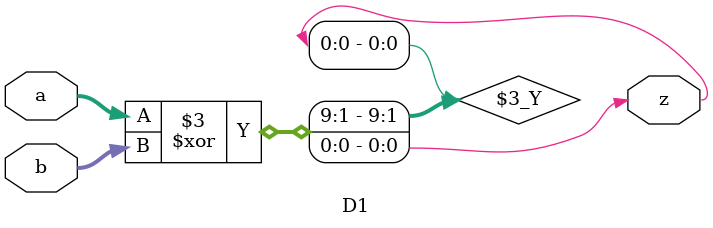
<source format=v>
module D1(z, a, b); 
	input [10:1] a, b; output z;
	assign z = a ^ b; 
endmodule 

module top;

reg [10:1] X, a;
reg o;
wire out;

D1 asdf (out, X, a);

initial
begin
	
end

initial
	$monitor($time, " X = %b; out = %b", X, out);

endmodule
</source>
